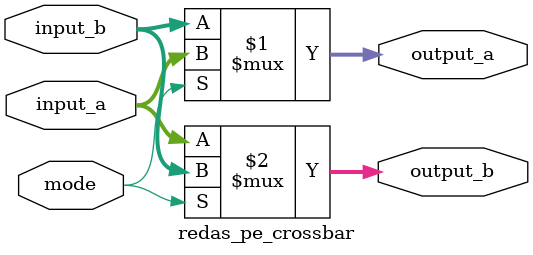
<source format=sv>
`include "macros/annotations.svh"

typedef enum {
  WEIGHT = 0,
  OUTPUT = 1,
  INPUT  = 2
} redas_pe_roundabout_e;

typedef enum {
  FIRST  = 0,
  SECOND = 1,
  THIRD  = 2,
  FOURTH = 3
} redas_pe_subarray_e;

typedef enum {
  ORTHOGONAL = 0, // Data in next pe flows different from current one
  PARALLEL   = 1, // Data in next pe flows the same as the current one
  DIAGONAL   = 2  // The pe rotates the data 45 degrees angle
} redas_pr_role_e;

/**
 * @brief This is the implementation of the processing element proposedin the paper ReDAS available at https://arxiv.org/abs/2302.07520
 *        This pe must be used in combination with a roundabout systolic array or derived
 */
module redas_pe #(
    parameter DATA_WIDTH = 8
) (
  input  logic                  clk,
  input  logic                  rst_n,
  input  logic [DATA_WIDTH-1:0] input_data_from_bottom_pe,
  input  logic [DATA_WIDTH-1:0] input_data_from_top_pe,
  input  logic [DATA_WIDTH-1:0] input_data_from_left_pe,
  input  logic [DATA_WIDTH-1:0] input_data_from_right_pe,
  input  logic [3:0]            data_movement_mode, 
  input  logic [4:0]            calculation_pattern_mode,
  input  logic                  enable_right_angle_movement,
  input  logic                  store_stationary,
  output logic [DATA_WIDTH-1:0] output_data_to_bottom_pe,
  output logic [DATA_WIDTH-1:0] output_data_to_top_pe,
  output logic [DATA_WIDTH-1:0] output_data_to_left_pe,
  output logic [DATA_WIDTH-1:0] output_data_to_right_pe
);
  reg [DATA_WIDTH-1:0] stationary;
  wire [3:0] data_movement_modes;
  wire [4:0] calculation_pattern_modes;

  assign data_movement_modes = data_movement_mode;
  assign calculation_pattern_modes = calculation_pattern_mode;
  
  wire [DATA_WIDTH-1:0] left_input_a;
  wire [DATA_WIDTH-1:0] left_input_b;
  
  redas_pe_crossbar crossbar_left (
    .input_a(input_data_from_left_pe),
    .input_b( input_data_from_right_pe),
    .mode( data_movement_modes[0] ),
    .output_a( left_input_a ),
    .output_b( left_input_b )
  );
  
  wire [DATA_WIDTH-1:0] top_input_a;
  wire [DATA_WIDTH-1:0] top_input_b;
  redas_pe_crossbar crossbar_top ( 
    .input_a(input_data_from_bottom_pe),
    .input_b( input_data_from_top_pe),
    .mode( data_movement_modes[1] ),
    .output_a( top_input_a ),
    .output_b( top_input_b )
  );
  
  reg [DATA_WIDTH-1:0] right_output_a;
  reg [DATA_WIDTH-1:0] right_output_b;
  redas_pe_crossbar crossbar_right (
    .input_a(right_output_a),
    .input_b( right_output_b),
    .mode( data_movement_modes[2] ),
    .output_a( output_data_to_right_pe ),
    .output_b( output_data_to_left_pe )
  );
  
  reg [DATA_WIDTH-1:0] bottom_output_a;
  reg [DATA_WIDTH-1:0] bottom_output_b;
  redas_pe_crossbar crossbar_bottom ( 
    .input_a(bottom_output_a),
    .input_b(bottom_output_b),
    .mode( data_movement_modes[3] ),
    .output_a( output_data_to_top_pe ),
    .output_b( output_data_to_bottom_pe )
  );
  
  wire [DATA_WIDTH-1:0] inner_1_a;
  wire [DATA_WIDTH-1:0] inner_1_b;
  redas_pe_crossbar inner_1 (
    .input_a(left_input_a),
    .input_b(top_input_a),
    .mode( calculation_pattern_modes[0] ),
    .output_a(inner_1_a),
    .output_b(inner_1_b)
  );
  
  wire [DATA_WIDTH-1:0] inner_2_a;
  wire [DATA_WIDTH-1:0] inner_2_b;
  redas_pe_crossbar inner_2 (
    .input_a(inner_1_b),
    .input_b(stationary),
    .mode( calculation_pattern_modes[1] ),
    .output_a(inner_2_a),
    .output_b(inner_2_b)
  );
  
  wire [DATA_WIDTH-1:0] mac;
  assign mac = $signed(inner_1_a) * $signed(inner_2_a) + $signed(inner_2_b);
  
  always @(posedge clk, negedge rst_n) begin 
    if ( !rst_n ) begin 
      stationary <= 0 ;
    end else if ( store_stationary ) begin 
      stationary <= mac;
    end
  end
  
  wire [DATA_WIDTH-1:0] inner_3_a;
  wire [DATA_WIDTH-1:0] inner_3_b;
  redas_pe_crossbar inner_3 (
    .input_a(inner_1_a),
    .input_b(mac),
    .mode( calculation_pattern_modes[2] ),
    .output_a(inner_3_a),
    .output_b(inner_3_b)
  );
  
  redas_pe_crossbar right_movement (
    .input_a(left_input_b),
    .input_b(top_input_b),
    .mode( enable_right_angle_movement ),
    .output_a(bottom_output_b),
    .output_b(right_output_b)
  );
  
  always @(posedge clk) begin
    bottom_output_a <= calculation_pattern_modes[3] ? top_input_a : inner_3_a;
    right_output_a <= calculation_pattern_modes[4] ? left_input_a : inner_3_b;
  end
endmodule

module redas_pe_crossbar # ( parameter DATA_WIDTH = 8 )(
  input logic [DATA_WIDTH-1:0] input_a,
  input logic [DATA_WIDTH-1:0] input_b,
  input logic mode,
  output logic [DATA_WIDTH-1:0] output_a,
  output logic [DATA_WIDTH-1:0] output_b
);
  
  assign output_a = mode ? input_a : input_b;
  assign output_b = mode ? input_b : input_a;
  
endmodule 
</source>
